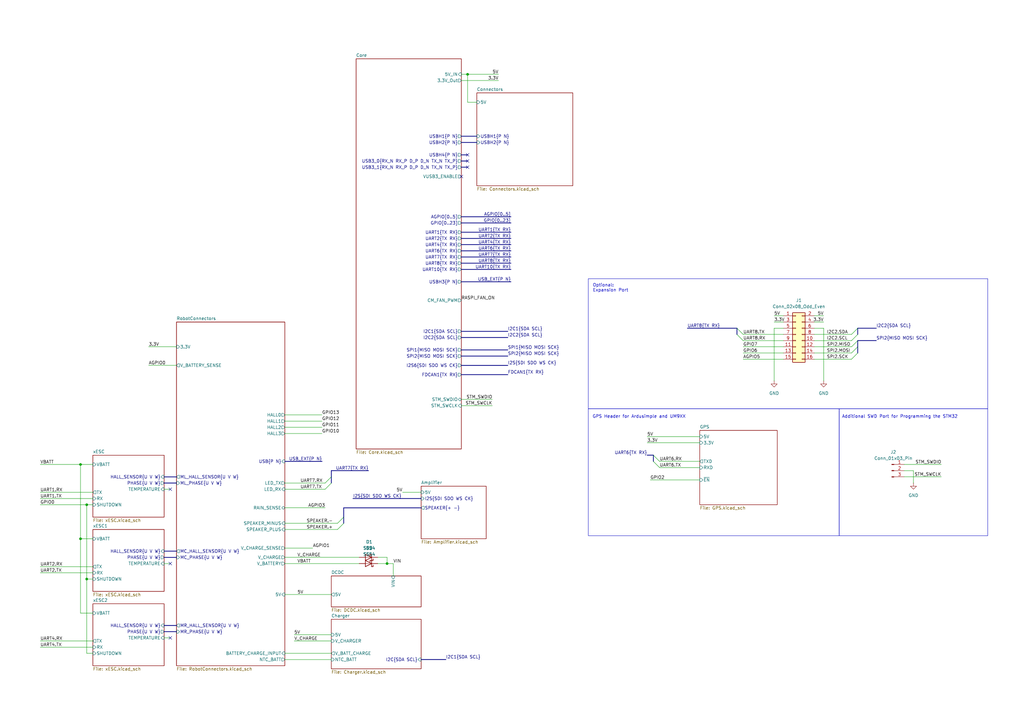
<source format=kicad_sch>
(kicad_sch (version 20231120) (generator "eeschema") (generator_version "8.0")
  (paper "A3")
  (lib_symbols
    (symbol "Connector:Conn_01x03_Pin" (pin_names (offset 1.016) hide)
      (property "Reference" "J" (at 0 5.08 0))
      (property "Value" "Conn_01x03_Pin" (at 0 -5.08 0))
      (symbol "Conn_01x03_Pin_1_1"
        (polyline (pts (xy 1.27 -2.54) (xy 0.8636 -2.54)) (stroke (width 0.1524)))
        (polyline (pts (xy 1.27 0) (xy 0.8636 0)) (stroke (width 0.1524)))
        (polyline (pts (xy 1.27 2.54) (xy 0.8636 2.54)) (stroke (width 0.1524)))
        (rectangle (start 0.8636 -2.413) (end 0 -2.667) (stroke (width 0.1524)) (fill (type outline)))
        (rectangle (start 0.8636 0.127) (end 0 -0.127) (stroke (width 0.1524)) (fill (type outline)))
        (rectangle (start 0.8636 2.667) (end 0 2.413) (stroke (width 0.1524)) (fill (type outline)))
        (pin passive line (at 5.08 2.54 180) (length 3.81) (name "Pin_1") (number "1"))
        (pin passive line (at 5.08 0 180) (length 3.81) (name "Pin_2") (number "2"))
        (pin passive line (at 5.08 -2.54 180) (length 3.81) (name "Pin_3") (number "3"))
      )
    )
    (symbol "Connector_Generic:Conn_02x08_Odd_Even" (pin_names (offset 1.016) hide)
      (property "Reference" "J" (at 1.27 10.16 0))
      (property "Value" "Conn_02x08_Odd_Even" (at 1.27 -12.7 0))
      (symbol "Conn_02x08_Odd_Even_1_1"
        (rectangle (start -1.27 -10.033) (end 0 -10.287) (stroke (width 0.1524)))
        (rectangle (start -1.27 -7.493) (end 0 -7.747) (stroke (width 0.1524)))
        (rectangle (start -1.27 -4.953) (end 0 -5.207) (stroke (width 0.1524)))
        (rectangle (start -1.27 -2.413) (end 0 -2.667) (stroke (width 0.1524)))
        (rectangle (start -1.27 0.127) (end 0 -0.127) (stroke (width 0.1524)))
        (rectangle (start -1.27 2.667) (end 0 2.413) (stroke (width 0.1524)))
        (rectangle (start -1.27 5.207) (end 0 4.953) (stroke (width 0.1524)))
        (rectangle (start -1.27 7.747) (end 0 7.493) (stroke (width 0.1524)))
        (rectangle (start -1.27 8.89) (end 3.81 -11.43) (stroke (width 0.254)) (fill (type background)))
        (rectangle (start 3.81 -10.033) (end 2.54 -10.287) (stroke (width 0.1524)))
        (rectangle (start 3.81 -7.493) (end 2.54 -7.747) (stroke (width 0.1524)))
        (rectangle (start 3.81 -4.953) (end 2.54 -5.207) (stroke (width 0.1524)))
        (rectangle (start 3.81 -2.413) (end 2.54 -2.667) (stroke (width 0.1524)))
        (rectangle (start 3.81 0.127) (end 2.54 -0.127) (stroke (width 0.1524)))
        (rectangle (start 3.81 2.667) (end 2.54 2.413) (stroke (width 0.1524)))
        (rectangle (start 3.81 5.207) (end 2.54 4.953) (stroke (width 0.1524)))
        (rectangle (start 3.81 7.747) (end 2.54 7.493) (stroke (width 0.1524)))
        (pin passive line (at -5.08 7.62 0) (length 3.81) (name "Pin_1") (number "1"))
        (pin passive line (at 7.62 -2.54 180) (length 3.81) (name "Pin_10") (number "10"))
        (pin passive line (at -5.08 -5.08 0) (length 3.81) (name "Pin_11") (number "11"))
        (pin passive line (at 7.62 -5.08 180) (length 3.81) (name "Pin_12") (number "12"))
        (pin passive line (at -5.08 -7.62 0) (length 3.81) (name "Pin_13") (number "13"))
        (pin passive line (at 7.62 -7.62 180) (length 3.81) (name "Pin_14") (number "14"))
        (pin passive line (at -5.08 -10.16 0) (length 3.81) (name "Pin_15") (number "15"))
        (pin passive line (at 7.62 -10.16 180) (length 3.81) (name "Pin_16") (number "16"))
        (pin passive line (at 7.62 7.62 180) (length 3.81) (name "Pin_2") (number "2"))
        (pin passive line (at -5.08 5.08 0) (length 3.81) (name "Pin_3") (number "3"))
        (pin passive line (at 7.62 5.08 180) (length 3.81) (name "Pin_4") (number "4"))
        (pin passive line (at -5.08 2.54 0) (length 3.81) (name "Pin_5") (number "5"))
        (pin passive line (at 7.62 2.54 180) (length 3.81) (name "Pin_6") (number "6"))
        (pin passive line (at -5.08 0 0) (length 3.81) (name "Pin_7") (number "7"))
        (pin passive line (at 7.62 0 180) (length 3.81) (name "Pin_8") (number "8"))
        (pin passive line (at -5.08 -2.54 0) (length 3.81) (name "Pin_9") (number "9"))
      )
    )
    (symbol "Device:D_Schottky" (pin_numbers hide) (pin_names (offset 1.016) hide)
      (property "Reference" "D" (at 0 2.54 0))
      (property "Value" "D_Schottky" (at 0 -2.54 0))
      (symbol "D_Schottky_0_1"
        (polyline (pts (xy 1.27 0) (xy -1.27 0)))
        (polyline (pts (xy 1.27 1.27) (xy 1.27 -1.27) (xy -1.27 0) (xy 1.27 1.27)) (stroke (width 0.254)))
        (polyline (pts (xy -1.905 0.635) (xy -1.905 1.27) (xy -1.27 1.27) (xy -1.27 -1.27) (xy -0.635 -1.27) (xy -0.635 -0.635)) (stroke (width 0.254)))
      )
      (symbol "D_Schottky_1_1"
        (pin passive line (at -3.81 0 0) (length 2.54) (name "K") (number "1"))
        (pin passive line (at 3.81 0 180) (length 2.54) (name "A") (number "2"))
      )
    )
    (symbol "power:GND" (power) (pin_numbers hide) (pin_names (offset 0) hide)
      (property "Value" "GND" (at 0 -3.81 0))
      (symbol "GND_0_1"
        (polyline (pts (xy 0 0) (xy 0 -1.27) (xy 1.27 -1.27) (xy 0 -2.54) (xy -1.27 -1.27) (xy 0 -1.27)))
      )
      (symbol "GND_1_1"
        (pin power_in line (at 0 0 270) (length 0) (name "~") (number "1"))
      )
    )
  )
  (junction (at 35.56 237.49))
  (junction (at 33.02 190.5))
  (junction (at 158.75 231.14))
  (junction (at 35.56 207.01))
  (junction (at 191.77 30.48))
  (junction (at 33.02 220.98))
  (no_connect (at 191.77 66.04))
  (no_connect (at 191.77 68.58))
  (no_connect (at 69.85 231.14))
  (no_connect (at 69.85 261.62))
  (no_connect (at 189.23 72.39))
  (no_connect (at 69.85 200.66))
  (no_connect (at 191.77 63.5))
  (bus_entry (at 302.26 134.62) (size 2.54 2.54))
  (bus_entry (at 267.97 186.69) (size 2.54 2.54))
  (bus_entry (at 351.79 139.7) (size -2.54 2.54))
  (bus_entry (at 351.79 142.24) (size -2.54 2.54))
  (bus_entry (at 351.79 144.78) (size -2.54 2.54))
  (bus_entry (at 138.43 217.17) (size 2.54 -2.54))
  (bus_entry (at 133.35 198.12) (size 2.54 -2.54))
  (bus_entry (at 267.97 189.23) (size 2.54 2.54))
  (bus_entry (at 138.43 214.63) (size 2.54 -2.54))
  (bus_entry (at 302.26 137.16) (size 2.54 2.54))
  (bus_entry (at 351.79 137.16) (size -2.54 2.54))
  (bus_entry (at 133.35 200.66) (size 2.54 -2.54))
  (bus_entry (at 351.79 134.62) (size -2.54 2.54))
  (wire (pts (xy 370.84 195.58) (xy 386.08 195.58)))
  (bus (pts (xy 189.23 153.67) (xy 208.28 153.67)))
  (wire (pts (xy 16.51 234.95) (xy 38.1 234.95)))
  (wire (pts (xy 191.77 41.91) (xy 191.77 30.48)))
  (wire (pts (xy 337.82 134.62) (xy 334.01 134.62)))
  (wire (pts (xy 16.51 204.47) (xy 38.1 204.47)))
  (bus (pts (xy 302.26 134.62) (xy 281.94 134.62)))
  (bus (pts (xy 189.23 58.42) (xy 195.58 58.42)))
  (bus (pts (xy 67.31 228.6) (xy 72.39 228.6)))
  (bus (pts (xy 189.23 100.33) (xy 209.55 100.33)))
  (wire (pts (xy 116.84 172.72) (xy 132.08 172.72)))
  (bus (pts (xy 67.31 198.12) (xy 72.39 198.12)))
  (bus (pts (xy 189.23 135.89) (xy 208.28 135.89)))
  (wire (pts (xy 265.43 179.07) (xy 287.02 179.07)))
  (wire (pts (xy 116.84 175.26) (xy 132.08 175.26)))
  (wire (pts (xy 35.56 267.97) (xy 38.1 267.97)))
  (bus (pts (xy 189.23 107.95) (xy 209.55 107.95)))
  (wire (pts (xy 116.84 267.97) (xy 135.89 267.97)))
  (wire (pts (xy 116.84 224.79) (xy 128.27 224.79)))
  (bus (pts (xy 351.79 142.24) (xy 351.79 144.78)))
  (bus (pts (xy 189.23 149.86) (xy 208.28 149.86)))
  (bus (pts (xy 189.23 55.88) (xy 195.58 55.88)))
  (wire (pts (xy 33.02 251.46) (xy 38.1 251.46)))
  (wire (pts (xy 116.84 200.66) (xy 133.35 200.66)))
  (wire (pts (xy 120.65 262.89) (xy 135.89 262.89)))
  (bus (pts (xy 189.23 68.58) (xy 191.77 68.58)))
  (bus (pts (xy 302.26 134.62) (xy 302.26 137.16)))
  (wire (pts (xy 195.58 41.91) (xy 191.77 41.91)))
  (wire (pts (xy 154.94 228.6) (xy 158.75 228.6)))
  (bus (pts (xy 67.31 256.54) (xy 72.39 256.54)))
  (wire (pts (xy 135.89 260.35) (xy 120.65 260.35)))
  (wire (pts (xy 116.84 208.28) (xy 133.35 208.28)))
  (wire (pts (xy 304.8 144.78) (xy 321.31 144.78)))
  (bus (pts (xy 189.23 105.41) (xy 209.55 105.41)))
  (wire (pts (xy 116.84 177.8) (xy 132.08 177.8)))
  (wire (pts (xy 189.23 166.37) (xy 201.93 166.37)))
  (bus (pts (xy 189.23 88.9) (xy 209.55 88.9)))
  (wire (pts (xy 33.02 220.98) (xy 38.1 220.98)))
  (bus (pts (xy 67.31 259.08) (xy 72.39 259.08)))
  (wire (pts (xy 317.5 129.54) (xy 321.31 129.54)))
  (wire (pts (xy 191.77 30.48) (xy 204.47 30.48)))
  (wire (pts (xy 370.84 193.04) (xy 374.65 193.04)))
  (wire (pts (xy 317.5 132.08) (xy 321.31 132.08)))
  (wire (pts (xy 317.5 156.21) (xy 317.5 134.62)))
  (wire (pts (xy 154.94 231.14) (xy 158.75 231.14)))
  (wire (pts (xy 116.84 198.12) (xy 133.35 198.12)))
  (bus (pts (xy 140.97 214.63) (xy 140.97 212.09)))
  (wire (pts (xy 33.02 190.5) (xy 33.02 220.98)))
  (wire (pts (xy 189.23 163.83) (xy 201.93 163.83)))
  (wire (pts (xy 67.31 200.66) (xy 69.85 200.66)))
  (wire (pts (xy 116.84 170.18) (xy 132.08 170.18)))
  (wire (pts (xy 270.51 189.23) (xy 287.02 189.23)))
  (bus (pts (xy 144.78 204.47) (xy 172.72 204.47)))
  (bus (pts (xy 265.43 186.69) (xy 267.97 186.69)))
  (bus (pts (xy 189.23 110.49) (xy 209.55 110.49)))
  (wire (pts (xy 321.31 147.32) (xy 304.8 147.32)))
  (wire (pts (xy 304.8 139.7) (xy 321.31 139.7)))
  (wire (pts (xy 370.84 190.5) (xy 386.08 190.5)))
  (wire (pts (xy 334.01 139.7) (xy 349.25 139.7)))
  (wire (pts (xy 158.75 231.14) (xy 161.29 231.14)))
  (bus (pts (xy 189.23 66.04) (xy 191.77 66.04)))
  (wire (pts (xy 270.51 191.77) (xy 287.02 191.77)))
  (wire (pts (xy 116.84 231.14) (xy 147.32 231.14)))
  (bus (pts (xy 351.79 139.7) (xy 351.79 142.24)))
  (bus (pts (xy 189.23 97.79) (xy 209.55 97.79)))
  (wire (pts (xy 337.82 132.08) (xy 334.01 132.08)))
  (bus (pts (xy 189.23 138.43) (xy 208.28 138.43)))
  (bus (pts (xy 189.23 115.57) (xy 209.55 115.57)))
  (wire (pts (xy 33.02 190.5) (xy 38.1 190.5)))
  (bus (pts (xy 116.84 189.23) (xy 132.08 189.23)))
  (wire (pts (xy 334.01 142.24) (xy 349.25 142.24)))
  (bus (pts (xy 189.23 102.87) (xy 209.55 102.87)))
  (wire (pts (xy 334.01 147.32) (xy 349.25 147.32)))
  (wire (pts (xy 161.29 231.14) (xy 161.29 236.22)))
  (wire (pts (xy 116.84 270.51) (xy 135.89 270.51)))
  (wire (pts (xy 35.56 237.49) (xy 35.56 267.97)))
  (wire (pts (xy 334.01 144.78) (xy 349.25 144.78)))
  (wire (pts (xy 35.56 207.01) (xy 35.56 237.49)))
  (bus (pts (xy 189.23 146.05) (xy 208.28 146.05)))
  (wire (pts (xy 67.31 231.14) (xy 69.85 231.14)))
  (bus (pts (xy 189.23 143.51) (xy 208.28 143.51)))
  (bus (pts (xy 189.23 95.25) (xy 209.55 95.25)))
  (wire (pts (xy 72.39 142.24) (xy 60.96 142.24)))
  (wire (pts (xy 16.51 232.41) (xy 38.1 232.41)))
  (bus (pts (xy 267.97 186.69) (xy 267.97 189.23)))
  (bus (pts (xy 189.23 63.5) (xy 191.77 63.5)))
  (wire (pts (xy 304.8 137.16) (xy 321.31 137.16)))
  (wire (pts (xy 116.84 214.63) (xy 138.43 214.63)))
  (wire (pts (xy 334.01 137.16) (xy 349.25 137.16)))
  (wire (pts (xy 33.02 220.98) (xy 33.02 251.46)))
  (bus (pts (xy 359.41 134.62) (xy 351.79 134.62)))
  (bus (pts (xy 140.97 208.28) (xy 172.72 208.28)))
  (wire (pts (xy 317.5 134.62) (xy 321.31 134.62)))
  (bus (pts (xy 140.97 212.09) (xy 140.97 208.28)))
  (bus (pts (xy 189.23 91.44) (xy 209.55 91.44)))
  (wire (pts (xy 35.56 237.49) (xy 38.1 237.49)))
  (wire (pts (xy 189.23 30.48) (xy 191.77 30.48)))
  (bus (pts (xy 151.13 193.04) (xy 135.89 193.04)))
  (wire (pts (xy 38.1 207.01) (xy 35.56 207.01)))
  (wire (pts (xy 266.7 196.85) (xy 287.02 196.85)))
  (bus (pts (xy 67.31 226.06) (xy 72.39 226.06)))
  (wire (pts (xy 16.51 190.5) (xy 33.02 190.5)))
  (wire (pts (xy 60.96 149.86) (xy 72.39 149.86)))
  (bus (pts (xy 67.31 195.58) (xy 72.39 195.58)))
  (wire (pts (xy 158.75 228.6) (xy 158.75 231.14)))
  (bus (pts (xy 135.89 193.04) (xy 135.89 195.58)))
  (wire (pts (xy 337.82 156.21) (xy 337.82 134.62)))
  (wire (pts (xy 374.65 193.04) (xy 374.65 198.12)))
  (wire (pts (xy 304.8 142.24) (xy 321.31 142.24)))
  (wire (pts (xy 116.84 243.84) (xy 135.89 243.84)))
  (bus (pts (xy 351.79 134.62) (xy 351.79 137.16)))
  (wire (pts (xy 165.1 201.93) (xy 172.72 201.93)))
  (bus (pts (xy 135.89 195.58) (xy 135.89 198.12)))
  (wire (pts (xy 67.31 261.62) (xy 69.85 261.62)))
  (wire (pts (xy 116.84 228.6) (xy 147.32 228.6)))
  (wire (pts (xy 116.84 217.17) (xy 138.43 217.17)))
  (wire (pts (xy 16.51 262.89) (xy 38.1 262.89)))
  (wire (pts (xy 16.51 201.93) (xy 38.1 201.93)))
  (wire (pts (xy 287.02 181.61) (xy 265.43 181.61)))
  (wire (pts (xy 16.51 265.43) (xy 38.1 265.43)))
  (wire (pts (xy 16.51 207.01) (xy 35.56 207.01)))
  (wire (pts (xy 189.23 33.02) (xy 204.47 33.02)))
  (bus (pts (xy 172.72 270.51) (xy 182.88 270.51)))
  (bus (pts (xy 359.41 139.7) (xy 351.79 139.7)))
  (wire (pts (xy 337.82 129.54) (xy 334.01 129.54)))
  (rectangle (start 344.17 167.64) (end 405.13 219.71))
  (rectangle (start 241.3 167.64) (end 344.17 219.71))
  (rectangle (start 241.3 114.3) (end 405.13 167.64))
  (text "Additional SWD Port for Programming the STM32" (at 369.062 170.942 0) (effects (font (size 1.27 1.27))))
  (text "GPS Header for Ardusimple and UM9XX" (at 262.128 170.942 0) (effects (font (size 1.27 1.27))))
  (text "Optional:\nExpansion Port" (at 243.078 118.11 0) (effects (font (size 1.27 1.27)) (justify left)))
  (label "STM_SWDIO" (at 386.08 190.5 180))
  (label "UART4{TX RX}" (at 209.55 100.33 180))
  (label "GPIO[0..23]" (at 209.55 91.44 180))
  (label "RASPI_FAN_ON" (at 189.23 123.19 0))
  (label "UART8.TX" (at 304.8 137.16 0))
  (label "UART7.RX" (at 123.19 198.12 0))
  (label "UART10{TX RX}" (at 209.55 110.49 180))
  (label "AGPIO3" (at 133.35 208.28 180))
  (label "AGPIO5" (at 304.8 147.32 0))
  (label "I2C2.SDA" (at 339.09 137.16 0))
  (label "STM_SWDIO" (at 201.93 163.83 180))
  (label "UART4.TX" (at 16.51 265.43 0))
  (label "UART7{TX RX}" (at 151.13 193.04 180))
  (label "STM_SWCLK" (at 386.08 195.58 180))
  (label "5V" (at 120.65 260.35 0))
  (label "FDCAN1{TX RX}" (at 208.28 153.67 0))
  (label "AGPIO[0..5]" (at 209.55 88.9 180))
  (label "SPI2.MOSI" (at 339.09 144.78 0))
  (label "GPIO0" (at 16.51 207.01 0))
  (label "UART7.TX" (at 123.19 200.66 0))
  (label "I2S{SDI SDO WS CK}" (at 144.78 204.47 0))
  (label "UART1.RX" (at 16.51 201.93 0))
  (label "GPIO10" (at 132.08 177.8 0))
  (label "I2C2{SDA SCL}" (at 208.28 138.43 0))
  (label "UART8{TX RX}" (at 281.94 134.62 0))
  (label "SPI2{MISO MOSI SCK}" (at 208.28 146.05 0))
  (label "5V" (at 317.5 129.54 0))
  (label "5V" (at 165.1 201.93 180))
  (label "3.3V" (at 317.5 132.08 0))
  (label "5V" (at 204.47 30.48 180))
  (label "GPIO11" (at 132.08 175.26 0))
  (label "3.3V" (at 337.82 132.08 180))
  (label "UART2.TX" (at 16.51 234.95 0))
  (label "5V" (at 265.43 179.07 0))
  (label "UART4.RX" (at 16.51 262.89 0))
  (label "AGPIO0" (at 60.96 149.86 0))
  (label "SPI1{MISO MOSI SCK}" (at 208.28 143.51 0))
  (label "GPIO12" (at 132.08 172.72 0))
  (label "GPIO13" (at 132.08 170.18 0))
  (label "5V" (at 337.82 129.54 180))
  (label "I2C1{SDA SCL}" (at 182.88 270.51 0))
  (label "GPIO2" (at 266.7 196.85 0))
  (label "SPI2{MISO MOSI SCK}" (at 359.41 139.7 0))
  (label "AGPIO1" (at 128.27 224.79 0))
  (label "SPEAKER.-" (at 125.73 214.63 0))
  (label "UART6{TX RX}" (at 265.43 186.69 180))
  (label "STM_SWCLK" (at 201.93 166.37 180))
  (label "I2C2.SCL" (at 339.09 139.7 0))
  (label "GPIO7" (at 304.8 142.24 0))
  (label "UART6.RX" (at 270.51 189.23 0))
  (label "VIN" (at 161.29 231.14 0))
  (label "V_CHARGE" (at 121.92 228.6 0))
  (label "3.3V" (at 60.96 142.24 0))
  (label "I2S{SDI SDO WS CK}" (at 208.28 149.86 0))
  (label "VBATT" (at 121.92 231.14 0))
  (label "I2C1{SDA SCL}" (at 208.28 135.89 0))
  (label "UART6{TX RX}" (at 209.55 102.87 180))
  (label "VBATT" (at 16.51 190.5 0))
  (label "V_CHARGE" (at 120.65 262.89 0))
  (label "SPEAKER.+" (at 125.73 217.17 0))
  (label "GPIO6" (at 304.8 144.78 0))
  (label "UART8{TX RX}" (at 209.55 107.95 180))
  (label "UART6.TX" (at 270.51 191.77 0))
  (label "UART2.RX" (at 16.51 232.41 0))
  (label "SPI2.MISO" (at 339.09 142.24 0))
  (label "5V" (at 124.46 243.84 180))
  (label "UART2{TX RX}" (at 209.55 97.79 180))
  (label "UART7{TX RX}" (at 209.55 105.41 180))
  (label "USB_EXT{P N}" (at 132.08 189.23 180))
  (label "SPI2.SCK" (at 339.09 147.32 0))
  (label "UART1.TX" (at 16.51 204.47 0))
  (label "3.3V" (at 265.43 181.61 0))
  (label "I2C2{SDA SCL}" (at 359.41 134.62 0))
  (label "USB_EXT{P N}" (at 209.55 115.57 180))
  (label "UART1{TX RX}" (at 209.55 95.25 180))
  (label "3.3V" (at 204.47 33.02 180))
  (label "UART8.RX" (at 304.8 139.7 0))
  (symbol (lib_id "Connector_Generic:Conn_02x08_Odd_Even") (at 326.39 137.16 0) (unit 1)
    (property "Reference" "J1" (at 327.66 123.19 0))
    (property "Value" "Conn_02x08_Odd_Even" (at 327.66 125.73 0))
    (property "Footprint" "Connector_PinHeader_2.54mm:PinHeader_2x08_P2.54mm_Vertical" (effects (hide yes)))
    (property "Description" "Generic connector, double row, 02x08, odd/even pin numbering scheme (row 1 odd numbers, row 2 even numbers), script generated (kicad-library-utils/schlib/autogen/connector/)" (effects (hide yes)))
    (property "JLC" "C779499" (effects (hide yes)))
  )
  (symbol (lib_id "Connector:Conn_01x03_Pin") (at 365.76 193.04 0) (unit 1)
    (property "Reference" "J2" (at 366.395 185.42 0))
    (property "Value" "Conn_01x03_Pin" (at 366.395 187.96 0))
    (property "Footprint" "Connector_PinHeader_2.54mm:PinHeader_1x03_P2.54mm_Vertical" (effects (hide yes)))
    (property "Description" "Generic connector, single row, 01x03, script generated" (effects (hide yes)))
  )
  (symbol (lib_id "Device:D_Schottky") (at 151.13 228.6 180) (unit 1)
    (property "Reference" "D1" (at 151.4475 222.25 0))
    (property "Value" "SS54" (at 151.4475 224.79 0))
    (property "Footprint" "Diode_SMD:D_SMA" (effects (hide yes)))
    (property "Digikey" "3757-SB54AFC_R1_00001CT-ND" (effects (hide yes)))
    (property "Part Number" "SB54AFC_R1_00001" (effects (hide yes)))
    (property "Stock_PN" "D-SMA-Schottky-40V-5A" (effects (hide yes)))
    (property "JLC" "C22452" (effects (hide yes)))
  )
  (symbol (lib_id "Device:D_Schottky") (at 151.13 231.14 180) (unit 1)
    (property "Reference" "D2" (at 151.4475 224.79 0))
    (property "Value" "SS54" (at 151.4475 227.33 0))
    (property "Footprint" "Diode_SMD:D_SMA" (effects (hide yes)))
    (property "Digikey" "3757-SB54AFC_R1_00001CT-ND" (effects (hide yes)))
    (property "Part Number" "SB54AFC_R1_00001" (effects (hide yes)))
    (property "Stock_PN" "D-SMA-Schottky-40V-5A" (effects (hide yes)))
    (property "JLC" "C22452" (effects (hide yes)))
  )
  (symbol (lib_id "power:GND") (at 317.5 156.21 0) (unit 1)
    (property "Reference" "#PWR02" (effects (hide yes)))
    (property "Value" "GND" (at 317.5 161.29 0))
  )
  (symbol (lib_id "power:GND") (at 374.65 198.12 0) (unit 1)
    (property "Reference" "#PWR04" (effects (hide yes)))
    (property "Value" "GND" (at 374.65 203.2 0))
  )
  (symbol (lib_id "power:GND") (at 337.82 156.21 0) (unit 1)
    (property "Reference" "#PWR03" (effects (hide yes)))
    (property "Value" "GND" (at 337.82 161.29 0))
  )
  (sheet (at 38.1 247.65) (size 29.21 25.4) (stroke (width 0.1524))
    (property "Sheetname" "xESC2" (at 38.1 246.9384 0) (effects (justify left bottom)))
    (property "Sheetfile" "xESC.kicad_sch" (at 38.1 273.6346 0) (effects (justify left top)))
    (pin "TX" output (at 38.1 262.89 180))
    (pin "RX" input (at 38.1 265.43 180))
    (pin "SHUTDOWN" input (at 38.1 267.97 180))
    (pin "VBATT" input (at 38.1 251.46 180))
    (pin "HALL_SENSOR{U V W}" input (at 67.31 256.54 0))
    (pin "PHASE{U V W}" output (at 67.31 259.08 0))
    (pin "TEMPERATURE" input (at 67.31 261.62 0))
  )
  (sheet (at 287.02 176.53) (size 31.75 30.48) (stroke (width 0.1524))
    (property "Sheetname" "GPS" (at 287.02 175.8184 0) (effects (justify left bottom)))
    (property "Sheetfile" "GPS.kicad_sch" (at 287.02 207.5946 0) (effects (justify left top)))
    (pin "TXD" output (at 287.02 189.23 180))
    (pin "RXD" input (at 287.02 191.77 180))
    (pin "3.3V" input (at 287.02 181.61 180))
    (pin "5V" input (at 287.02 179.07 180))
    (pin "~{EN}" input (at 287.02 196.85 180))
  )
  (sheet (at 135.89 254) (size 36.83 20.32) (stroke (width 0.1524))
    (property "Sheetname" "Charger" (at 135.89 253.2884 0) (effects (justify left bottom)))
    (property "Sheetfile" "Charger.kicad_sch" (at 135.89 274.9046 0) (effects (justify left top)))
    (pin "V_CHARGER" input (at 135.89 262.89 180))
    (pin "V_BATT_CHARGE" output (at 135.89 267.97 180))
    (pin "NTC_BATT" input (at 135.89 270.51 180))
    (pin "I2C{SDA SCL}" input (at 172.72 270.51 0))
    (pin "5V" input (at 135.89 260.35 180))
  )
  (sheet (at 195.58 38.1) (size 39.37 38.1) (stroke (width 0.1524))
    (property "Sheetname" "Connectors" (at 195.58 37.3884 0) (effects (justify left bottom)))
    (property "Sheetfile" "Connectors.kicad_sch" (at 195.58 76.7846 0) (effects (justify left top)))
    (pin "5V" input (at 195.58 41.91 180))
    (pin "USBH2{P N}" input (at 195.58 58.42 180))
    (pin "USBH1{P N}" input (at 195.58 55.88 180))
  )
  (sheet (at 38.1 186.69) (size 29.21 25.4) (stroke (width 0.1524))
    (property "Sheetname" "xESC" (at 38.1 185.9784 0) (effects (justify left bottom)))
    (property "Sheetfile" "xESC.kicad_sch" (at 38.1 212.6746 0) (effects (justify left top)))
    (pin "TX" output (at 38.1 201.93 180))
    (pin "RX" input (at 38.1 204.47 180))
    (pin "SHUTDOWN" input (at 38.1 207.01 180))
    (pin "VBATT" input (at 38.1 190.5 180))
    (pin "HALL_SENSOR{U V W}" input (at 67.31 195.58 0))
    (pin "PHASE{U V W}" output (at 67.31 198.12 0))
    (pin "TEMPERATURE" input (at 67.31 200.66 0))
  )
  (sheet (at 38.1 217.17) (size 29.21 25.4) (stroke (width 0.1524))
    (property "Sheetname" "xESC1" (at 38.1 216.4584 0) (effects (justify left bottom)))
    (property "Sheetfile" "xESC.kicad_sch" (at 38.1 243.1546 0) (effects (justify left top)))
    (pin "TX" output (at 38.1 232.41 180))
    (pin "RX" input (at 38.1 234.95 180))
    (pin "SHUTDOWN" input (at 38.1 237.49 180))
    (pin "VBATT" input (at 38.1 220.98 180))
    (pin "HALL_SENSOR{U V W}" input (at 67.31 226.06 0))
    (pin "PHASE{U V W}" output (at 67.31 228.6 0))
    (pin "TEMPERATURE" input (at 67.31 231.14 0))
  )
  (sheet (at 146.05 24.13) (size 43.18 160.02) (stroke (width 0.1524))
    (property "Sheetname" "Core" (at 146.05 23.4184 0) (effects (justify left bottom)))
    (property "Sheetfile" "Core.kicad_sch" (at 146.05 184.7346 0) (effects (justify left top)))
    (pin "3.3V_Out" output (at 189.23 33.02 0))
    (pin "5V_IN" input (at 189.23 30.48 0))
    (pin "UART8{TX RX}" output (at 189.23 107.95 0))
    (pin "UART10{TX RX}" output (at 189.23 110.49 0))
    (pin "UART7{TX RX}" output (at 189.23 105.41 0))
    (pin "UART2{TX RX}" output (at 189.23 97.79 0))
    (pin "UART1{TX RX}" output (at 189.23 95.25 0))
    (pin "UART4{TX RX}" output (at 189.23 100.33 0))
    (pin "UART6{TX RX}" output (at 189.23 102.87 0))
    (pin "USBH1{P N}" output (at 189.23 55.88 0))
    (pin "VUSB3_ENABLE" output (at 189.23 72.39 0))
    (pin "USB3_1{RX_N RX_P D_P D_N TX_N TX_P}" output (at 189.23 68.58 0))
    (pin "USB3_0{RX_N RX_P D_P D_N TX_N TX_P}" output (at 189.23 66.04 0))
    (pin "I2C2{SDA SCL}" output (at 189.23 138.43 0))
    (pin "FDCAN1{TX RX}" output (at 189.23 153.67 0))
    (pin "I2S6{SDI SDO WS CK}" output (at 189.23 149.86 0))
    (pin "USBH2{P N}" output (at 189.23 58.42 0))
    (pin "USBH4{P N}" output (at 189.23 63.5 0))
    (pin "USBH3{P N}" output (at 189.23 115.57 0))
    (pin "SPI1{MISO MOSI SCK}" output (at 189.23 143.51 0))
    (pin "SPI2{MISO MOSI SCK}" output (at 189.23 146.05 0))
    (pin "I2C1{SDA SCL}" output (at 189.23 135.89 0))
    (pin "GPIO[0..23]" output (at 189.23 91.44 0))
    (pin "CM_FAN_PWM" output (at 189.23 123.19 0))
    (pin "AGPIO[0..5]" output (at 189.23 88.9 0))
    (pin "STM_SWDIO" bidirectional (at 189.23 163.83 0))
    (pin "STM_SWCLK" input (at 189.23 166.37 0))
  )
  (sheet (at 172.72 199.39) (size 26.67 21.59) (stroke (width 0.1524))
    (property "Sheetname" "Amplifier" (at 172.72 198.6784 0) (effects (justify left bottom)))
    (property "Sheetfile" "Amplifier.kicad_sch" (at 172.72 221.5646 0) (effects (justify left top)))
    (pin "I2S{SDI SDO WS CK}" input (at 172.72 204.47 180))
    (pin "5V" input (at 172.72 201.93 180))
    (pin "SPEAKER{+ -}" output (at 172.72 208.28 180))
  )
  (sheet (at 72.39 132.08) (size 44.45 140.97) (stroke (width 0.1524))
    (property "Sheetname" "RobotConnectors" (at 72.39 131.3684 0) (effects (justify left bottom)))
    (property "Sheetfile" "RobotConnectors.kicad_sch" (at 72.39 273.6346 0) (effects (justify left top)))
    (pin "MC_HALL_SENSOR{U V W}" output (at 72.39 226.06 180))
    (pin "V_BATTERY" output (at 116.84 231.14 0))
    (pin "LED_RX" input (at 116.84 200.66 0))
    (pin "LED_TX" output (at 116.84 198.12 0))
    (pin "SPEAKER_MINUS" input (at 116.84 214.63 0))
    (pin "SPEAKER_PLUS" input (at 116.84 217.17 0))
    (pin "V_CHARGE" output (at 116.84 228.6 0))
    (pin "BATTERY_CHARGE_INPUT" input (at 116.84 267.97 0))
    (pin "ML_PHASE{U V W}" input (at 72.39 198.12 180))
    (pin "MC_PHASE{U V W}" input (at 72.39 228.6 180))
    (pin "MR_PHASE{U V W}" input (at 72.39 259.08 180))
    (pin "V_CHARGE_SENSE" output (at 116.84 224.79 0))
    (pin "5V" input (at 116.84 243.84 0))
    (pin "ML_HALL_SENSOR{U V W}" output (at 72.39 195.58 180))
    (pin "MR_HALL_SENSOR{U V W}" output (at 72.39 256.54 180))
    (pin "USB{P N}" input (at 116.84 189.23 0))
    (pin "RAIN_SENSE" bidirectional (at 116.84 208.28 0))
    (pin "3.3V" input (at 72.39 142.24 180))
    (pin "HALL0" output (at 116.84 170.18 0))
    (pin "HALL2" output (at 116.84 175.26 0))
    (pin "HALL1" output (at 116.84 172.72 0))
    (pin "HALL3" output (at 116.84 177.8 0))
    (pin "V_BATTERY_SENSE" output (at 72.39 149.86 180))
    (pin "NTC_BATT" output (at 116.84 270.51 0))
  )
  (sheet (at 135.89 236.22) (size 36.83 12.7) (stroke (width 0.1524))
    (property "Sheetname" "DCDC" (at 135.89 235.5084 0) (effects (justify left bottom)))
    (property "Sheetfile" "DCDC.kicad_sch" (at 135.89 249.5046 0) (effects (justify left top)))
    (pin "5V" output (at 135.89 243.84 180))
    (pin "VIN" input (at 161.29 236.22 90))
  )
)
</source>
